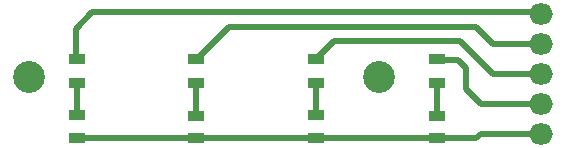
<source format=gtl>
%FSLAX24Y24*%
%MOIN*%
G70*
G01*
G75*
G04 Layer_Physical_Order=1*
G04 Layer_Color=255*
%ADD10R,0.0551X0.0374*%
%ADD11R,0.0551X0.0354*%
%ADD12C,0.0197*%
%ADD13C,0.1063*%
%ADD14O,0.0787X0.0709*%
D10*
X52300Y16556D02*
D03*
Y17344D02*
D03*
X48250Y16556D02*
D03*
Y17344D02*
D03*
X44250Y16556D02*
D03*
Y17344D02*
D03*
X40300Y16556D02*
D03*
Y17344D02*
D03*
D11*
Y15474D02*
D03*
Y14726D02*
D03*
X52300Y15450D02*
D03*
Y14702D02*
D03*
X48250Y15474D02*
D03*
Y14726D02*
D03*
X44250Y15450D02*
D03*
Y14702D02*
D03*
D12*
X53600Y18400D02*
X54150Y17850D01*
X45337Y18400D02*
X53600D01*
X44250Y17313D02*
X45337Y18400D01*
X52300Y15450D02*
Y16526D01*
X48250Y15474D02*
Y16550D01*
X44250Y15450D02*
Y16526D01*
X40300Y15524D02*
Y16550D01*
X40250Y17337D02*
Y18350D01*
X40802Y18902D01*
X55700D01*
X55752Y18850D01*
X54150Y17850D02*
X55750D01*
X48250Y17337D02*
X48863Y17950D01*
X53050D01*
X54150Y16850D01*
X55750D01*
X52300Y17313D02*
X52987D01*
X53250Y17050D01*
Y16350D02*
Y17050D01*
Y16350D02*
X53750Y15850D01*
X55750D01*
X44250Y14702D02*
X52300D01*
X53602D01*
X40324D02*
X44250D01*
X53602D02*
X53750Y14850D01*
X55750D01*
D13*
X50350Y16750D02*
D03*
X38700D02*
D03*
D14*
X55750Y14850D02*
D03*
Y15850D02*
D03*
Y16850D02*
D03*
Y17850D02*
D03*
X55748Y18850D02*
D03*
M02*

</source>
